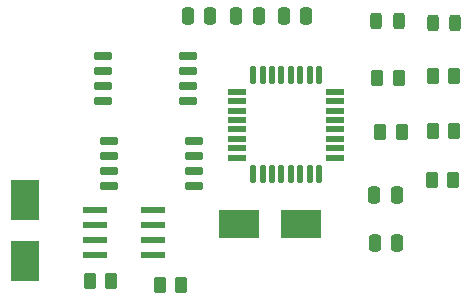
<source format=gbr>
%TF.GenerationSoftware,KiCad,Pcbnew,7.99.0-4047-gfc85112a72*%
%TF.CreationDate,2024-01-03T16:22:38+03:00*%
%TF.ProjectId,Prj 3 MCU DataLogger,50726a20-3320-44d4-9355-20446174614c,Version-1*%
%TF.SameCoordinates,Original*%
%TF.FileFunction,Paste,Top*%
%TF.FilePolarity,Positive*%
%FSLAX46Y46*%
G04 Gerber Fmt 4.6, Leading zero omitted, Abs format (unit mm)*
G04 Created by KiCad (PCBNEW 7.99.0-4047-gfc85112a72) date 2024-01-03 16:22:38*
%MOMM*%
%LPD*%
G01*
G04 APERTURE LIST*
G04 Aperture macros list*
%AMRoundRect*
0 Rectangle with rounded corners*
0 $1 Rounding radius*
0 $2 $3 $4 $5 $6 $7 $8 $9 X,Y pos of 4 corners*
0 Add a 4 corners polygon primitive as box body*
4,1,4,$2,$3,$4,$5,$6,$7,$8,$9,$2,$3,0*
0 Add four circle primitives for the rounded corners*
1,1,$1+$1,$2,$3*
1,1,$1+$1,$4,$5*
1,1,$1+$1,$6,$7*
1,1,$1+$1,$8,$9*
0 Add four rect primitives between the rounded corners*
20,1,$1+$1,$2,$3,$4,$5,0*
20,1,$1+$1,$4,$5,$6,$7,0*
20,1,$1+$1,$6,$7,$8,$9,0*
20,1,$1+$1,$8,$9,$2,$3,0*%
G04 Aperture macros list end*
%ADD10RoundRect,0.243750X0.243750X0.456250X-0.243750X0.456250X-0.243750X-0.456250X0.243750X-0.456250X0*%
%ADD11RoundRect,0.250000X-0.262500X-0.450000X0.262500X-0.450000X0.262500X0.450000X-0.262500X0.450000X0*%
%ADD12RoundRect,0.250000X0.250000X0.475000X-0.250000X0.475000X-0.250000X-0.475000X0.250000X-0.475000X0*%
%ADD13RoundRect,0.038500X-0.696500X-0.236500X0.696500X-0.236500X0.696500X0.236500X-0.696500X0.236500X0*%
%ADD14RoundRect,0.099000X-0.176000X-0.636000X0.176000X-0.636000X0.176000X0.636000X-0.176000X0.636000X0*%
%ADD15R,3.500000X2.400000*%
%ADD16RoundRect,0.250000X-0.250000X-0.475000X0.250000X-0.475000X0.250000X0.475000X-0.250000X0.475000X0*%
%ADD17R,2.400000X3.500000*%
%ADD18RoundRect,0.150000X-0.650000X-0.150000X0.650000X-0.150000X0.650000X0.150000X-0.650000X0.150000X0*%
%ADD19RoundRect,0.250000X0.262500X0.450000X-0.262500X0.450000X-0.262500X-0.450000X0.262500X-0.450000X0*%
%ADD20RoundRect,0.041300X-0.943700X-0.253700X0.943700X-0.253700X0.943700X0.253700X-0.943700X0.253700X0*%
%ADD21RoundRect,0.150000X0.650000X0.150000X-0.650000X0.150000X-0.650000X-0.150000X0.650000X-0.150000X0*%
G04 APERTURE END LIST*
D10*
%TO.C,D2*%
X122474200Y-73660000D03*
X120599200Y-73660000D03*
%TD*%
D11*
%TO.C,R6*%
X120675000Y-78460600D03*
X122500000Y-78460600D03*
%TD*%
D12*
%TO.C,C2*%
X122362000Y-92456000D03*
X120462000Y-92456000D03*
%TD*%
%TO.C,C1*%
X106537800Y-73177400D03*
X104637800Y-73177400D03*
%TD*%
D11*
%TO.C,R7*%
X125374000Y-78308200D03*
X127199000Y-78308200D03*
%TD*%
D10*
%TO.C,D1*%
X127224000Y-73761600D03*
X125349000Y-73761600D03*
%TD*%
D13*
%TO.C,U4*%
X108790200Y-79602000D03*
X108790200Y-80402000D03*
X108790200Y-81202000D03*
X108790200Y-82002000D03*
X108790200Y-82802000D03*
X108790200Y-83602000D03*
X108790200Y-84402000D03*
X108790200Y-85202000D03*
D14*
X110160200Y-86572000D03*
X110960200Y-86572000D03*
X111760200Y-86572000D03*
X112560200Y-86572000D03*
X113360200Y-86572000D03*
X114160200Y-86572000D03*
X114960200Y-86572000D03*
X115760200Y-86572000D03*
D13*
X117130200Y-85202000D03*
X117130200Y-84402000D03*
X117130200Y-83602000D03*
X117130200Y-82802000D03*
X117130200Y-82002000D03*
X117130200Y-81202000D03*
X117130200Y-80402000D03*
X117130200Y-79602000D03*
D14*
X115760200Y-78232000D03*
X114960200Y-78232000D03*
X114160200Y-78232000D03*
X113360200Y-78232000D03*
X112560200Y-78232000D03*
X111760200Y-78232000D03*
X110960200Y-78232000D03*
X110160200Y-78232000D03*
%TD*%
D15*
%TO.C,Y1*%
X114182200Y-90830400D03*
X108982200Y-90830400D03*
%TD*%
D16*
%TO.C,C4*%
X112765800Y-73228200D03*
X114665800Y-73228200D03*
%TD*%
D11*
%TO.C,R4*%
X125270500Y-87122000D03*
X127095500Y-87122000D03*
%TD*%
%TO.C,R2*%
X102236900Y-95935800D03*
X104061900Y-95935800D03*
%TD*%
D12*
%TO.C,C5*%
X110652600Y-73177400D03*
X108752600Y-73177400D03*
%TD*%
D17*
%TO.C,Y2*%
X90881200Y-93938400D03*
X90881200Y-88738400D03*
%TD*%
D18*
%TO.C,U1*%
X97949200Y-83820000D03*
X97949200Y-85090000D03*
X97949200Y-86360000D03*
X97949200Y-87630000D03*
X105149200Y-87630000D03*
X105149200Y-86360000D03*
X105149200Y-85090000D03*
X105149200Y-83820000D03*
%TD*%
D19*
%TO.C,R3*%
X122730900Y-83007200D03*
X120905900Y-83007200D03*
%TD*%
D11*
%TO.C,R5*%
X125350900Y-82931000D03*
X127175900Y-82931000D03*
%TD*%
D19*
%TO.C,R1*%
X98169100Y-95631000D03*
X96344100Y-95631000D03*
%TD*%
D20*
%TO.C,U3*%
X96760600Y-89611200D03*
X96760600Y-90881200D03*
X96760600Y-92151200D03*
X96760600Y-93421200D03*
X101710600Y-93421200D03*
X101710600Y-92151200D03*
X101710600Y-90881200D03*
X101710600Y-89611200D03*
%TD*%
D21*
%TO.C,U2*%
X104648000Y-80365600D03*
X104648000Y-79095600D03*
X104648000Y-77825600D03*
X104648000Y-76555600D03*
X97448000Y-76555600D03*
X97448000Y-77825600D03*
X97448000Y-79095600D03*
X97448000Y-80365600D03*
%TD*%
D12*
%TO.C,C3*%
X122334300Y-88366600D03*
X120434300Y-88366600D03*
%TD*%
M02*

</source>
